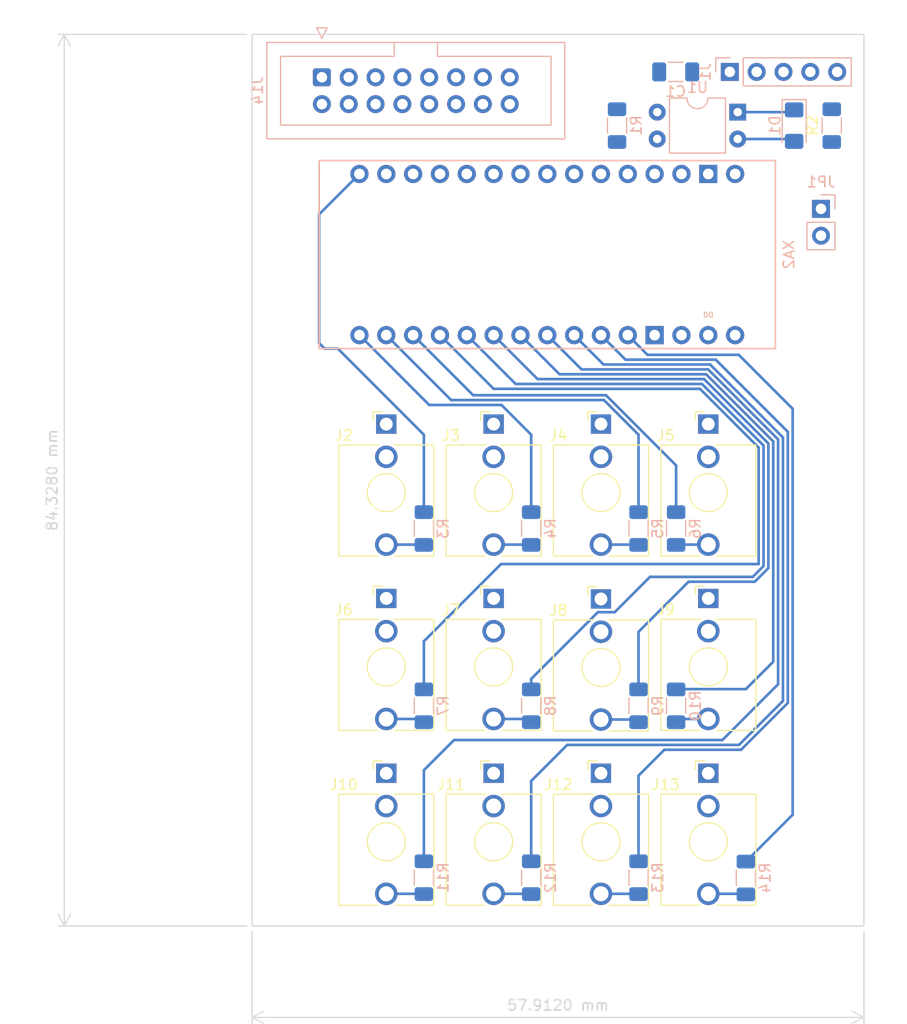
<source format=kicad_pcb>
(kicad_pcb (version 20221018) (generator pcbnew)
  (layers (0 "F.Cu" signal) (31 "B.Cu" signal) (34 "B.Paste" user) (35 "F.Paste" user) (36 "B.SilkS" user "B.Silkscreen") (37 "F.SilkS" user "F.Silkscreen") (38 "B.Mask" user) (39 "F.Mask" user) (44 "Edge.Cuts" user))
  (net 0 "")
  (net 1 "GND")
  (net 2 "Net-(C1-Pad2)")
  (net 3 "Net-(D1-K)")
  (net 4 "Net-(D1-A)")
  (net 7 "Net-(J1-Pad4)")
  (net 8 "+5V")
  (net 9 "Net-(J4-PadT)")
  (net 10 "Net-(J5-PadT)")
  (net 11 "Net-(J6-PadT)")
  (net 12 "Net-(J7-PadT)")
  (net 13 "Net-(J8-PadT)")
  (net 14 "Net-(J9-PadT)")
  (net 15 "Net-(J2-PadT)")
  (net 16 "Net-(XA2-D2_INT0)")
  (net 17 "Net-(XA2-D3_INT1)")
  (net 19 "Net-(J3-PadT)")
  (net 20 "Net-(J10-PadT)")
  (net 21 "Net-(XA2-D11_MOSI)")
  (net 22 "Net-(XA2-D12_MISO)")
  (net 23 "Net-(XA2-D13_SCK)")
  (net 24 "+12V")
  (net 25 "-12V")
  (net 26 "Net-(JP1-A)")
  (net 27 "Net-(JP1-B)")
  (net 54 "Net-(J11-PadT)")
  (net 56 "Net-(J12-PadT)")
  (net 58 "Net-(J13-PadT)")
  (net 60 "Net-(R6-Pad2)")
  (net 61 "Net-(R7-Pad2)")
  (net 62 "Net-(R8-Pad2)")
  (net 63 "Net-(R9-Pad2)")
  (net 64 "Net-(R10-Pad2)")
  (net 65 "Net-(R11-Pad2)")
  (net 66 "Net-(R12-Pad2)")
  (footprint "Connector_Audio:Jack_3.5mm_QingPu_WQP-PJ398SM_Vertical_CircularHoles" (layer "F.Cu") (at 114.3 116.845)
    (fp_text reference "J7" (at -4.03 1.08 180) (layer "F.SilkS"))
    (fp_text value "OUT6")
    (fp_line (start -4.5 1.98) (end -4.5 12.48) (stroke (width 0.12)) (layer "F.SilkS"))
    (fp_line (start -1.23 -1.17) (end -1.23 -0.37) (stroke (width 0.12)) (layer "F.SilkS"))
    (fp_line (start -1.23 -1.17) (end -0.37 -1.17) (stroke (width 0.12)) (layer "F.SilkS"))
    (fp_line (start -0.8 12.48) (end -4.5 12.48) (stroke (width 0.12)) (layer "F.SilkS"))
    (fp_line (start -0.72 1.98) (end -4.5 1.98) (stroke (width 0.12)) (layer "F.SilkS"))
    (fp_line (start 4.5 1.98) (end 0.72 1.98) (stroke (width 0.12)) (layer "F.SilkS"))
    (fp_line (start 4.5 1.98) (end 4.5 12.48) (stroke (width 0.12)) (layer "F.SilkS"))
    (fp_line (start 4.5 12.48) (end 0.8 12.48) (stroke (width 0.12)) (layer "F.SilkS"))
    (fp_circle (center 0 6.48) (end 1.8 6.48) (stroke (width 0.12)) (fill none) (layer "F.SilkS"))
    (pad "S" thru_hole rect (at 0 0 180) (size 1.93 1.83) (drill 1.22) (layers "*.Cu" "*.Mask") (net 1 "GND"))
    (pad "T" thru_hole circle (at 0 11.4 180) (size 2.13 2.13) (drill 1.43) (layers "*.Cu" "*.Mask") (net 12 "Net-(J7-PadT)"))
    (pad "TN" thru_hole circle (at 0 3.1 180) (size 2.13 2.13) (drill 1.42) (layers "*.Cu" "*.Mask"))
  )
  (footprint "Connector_Audio:Jack_3.5mm_QingPu_WQP-PJ398SM_Vertical_CircularHoles" (layer "F.Cu") (at 124.46 116.9)
    (fp_text reference "J8" (at -4.03 1.08 180) (layer "F.SilkS"))
    (fp_text value "OUT7")
    (fp_line (start -4.5 1.98) (end -4.5 12.48) (stroke (width 0.12)) (layer "F.SilkS"))
    (fp_line (start -1.23 -1.17) (end -1.23 -0.37) (stroke (width 0.12)) (layer "F.SilkS"))
    (fp_line (start -1.23 -1.17) (end -0.37 -1.17) (stroke (width 0.12)) (layer "F.SilkS"))
    (fp_line (start -0.8 12.48) (end -4.5 12.48) (stroke (width 0.12)) (layer "F.SilkS"))
    (fp_line (start -0.72 1.98) (end -4.5 1.98) (stroke (width 0.12)) (layer "F.SilkS"))
    (fp_line (start 4.5 1.98) (end 0.72 1.98) (stroke (width 0.12)) (layer "F.SilkS"))
    (fp_line (start 4.5 1.98) (end 4.5 12.48) (stroke (width 0.12)) (layer "F.SilkS"))
    (fp_line (start 4.5 12.48) (end 0.8 12.48) (stroke (width 0.12)) (layer "F.SilkS"))
    (fp_circle (center 0 6.48) (end 1.8 6.48) (stroke (width 0.12)) (fill none) (layer "F.SilkS"))
    (pad "S" thru_hole rect (at 0 0 180) (size 1.93 1.83) (drill 1.22) (layers "*.Cu" "*.Mask") (net 1 "GND"))
    (pad "T" thru_hole circle (at 0 11.4 180) (size 2.13 2.13) (drill 1.43) (layers "*.Cu" "*.Mask") (net 13 "Net-(J8-PadT)"))
    (pad "TN" thru_hole circle (at 0 3.1 180) (size 2.13 2.13) (drill 1.42) (layers "*.Cu" "*.Mask"))
  )
  (footprint "Connector_Audio:Jack_3.5mm_QingPu_WQP-PJ398SM_Vertical_CircularHoles" (layer "F.Cu") (at 104.14 116.845)
    (fp_text reference "J6" (at -4.03 1.08 180) (layer "F.SilkS"))
    (fp_text value "OUT5")
    (fp_line (start -4.5 1.98) (end -4.5 12.48) (stroke (width 0.12)) (layer "F.SilkS"))
    (fp_line (start -1.23 -1.17) (end -1.23 -0.37) (stroke (width 0.12)) (layer "F.SilkS"))
    (fp_line (start -1.23 -1.17) (end -0.37 -1.17) (stroke (width 0.12)) (layer "F.SilkS"))
    (fp_line (start -0.8 12.48) (end -4.5 12.48) (stroke (width 0.12)) (layer "F.SilkS"))
    (fp_line (start -0.72 1.98) (end -4.5 1.98) (stroke (width 0.12)) (layer "F.SilkS"))
    (fp_line (start 4.5 1.98) (end 0.72 1.98) (stroke (width 0.12)) (layer "F.SilkS"))
    (fp_line (start 4.5 1.98) (end 4.5 12.48) (stroke (width 0.12)) (layer "F.SilkS"))
    (fp_line (start 4.5 12.48) (end 0.8 12.48) (stroke (width 0.12)) (layer "F.SilkS"))
    (fp_circle (center 0 6.48) (end 1.8 6.48) (stroke (width 0.12)) (fill none) (layer "F.SilkS"))
    (pad "S" thru_hole rect (at 0 0 180) (size 1.93 1.83) (drill 1.22) (layers "*.Cu" "*.Mask") (net 1 "GND"))
    (pad "T" thru_hole circle (at 0 11.4 180) (size 2.13 2.13) (drill 1.43) (layers "*.Cu" "*.Mask") (net 11 "Net-(J6-PadT)"))
    (pad "TN" thru_hole circle (at 0 3.1 180) (size 2.13 2.13) (drill 1.42) (layers "*.Cu" "*.Mask"))
  )
  (footprint "Connector_Audio:Jack_3.5mm_QingPu_WQP-PJ398SM_Vertical_CircularHoles" (layer "F.Cu") (at 124.46 133.38)
    (fp_text reference "J12" (at -4.03 1.08 180) (layer "F.SilkS"))
    (fp_text value "OUT11")
    (fp_line (start -4.5 1.98) (end -4.5 12.48) (stroke (width 0.12)) (layer "F.SilkS"))
    (fp_line (start -1.23 -1.17) (end -1.23 -0.37) (stroke (width 0.12)) (layer "F.SilkS"))
    (fp_line (start -1.23 -1.17) (end -0.37 -1.17) (stroke (width 0.12)) (layer "F.SilkS"))
    (fp_line (start -0.8 12.48) (end -4.5 12.48) (stroke (width 0.12)) (layer "F.SilkS"))
    (fp_line (start -0.72 1.98) (end -4.5 1.98) (stroke (width 0.12)) (layer "F.SilkS"))
    (fp_line (start 4.5 1.98) (end 0.72 1.98) (stroke (width 0.12)) (layer "F.SilkS"))
    (fp_line (start 4.5 1.98) (end 4.5 12.48) (stroke (width 0.12)) (layer "F.SilkS"))
    (fp_line (start 4.5 12.48) (end 0.8 12.48) (stroke (width 0.12)) (layer "F.SilkS"))
    (fp_circle (center 0 6.48) (end 1.8 6.48) (stroke (width 0.12)) (fill none) (layer "F.SilkS"))
    (pad "S" thru_hole rect (at 0 0 180) (size 1.93 1.83) (drill 1.22) (layers "*.Cu" "*.Mask") (net 1 "GND"))
    (pad "T" thru_hole circle (at 0 11.4 180) (size 2.13 2.13) (drill 1.43) (layers "*.Cu" "*.Mask") (net 56 "Net-(J12-PadT)"))
    (pad "TN" thru_hole circle (at 0 3.1 180) (size 2.13 2.13) (drill 1.42) (layers "*.Cu" "*.Mask"))
  )
  (footprint "Connector_Audio:Jack_3.5mm_QingPu_WQP-PJ398SM_Vertical_CircularHoles" (layer "F.Cu") (at 104.14 100.36)
    (fp_text reference "J2" (at -4.03 1.08) (layer "F.SilkS"))
    (fp_text value "OUT1")
    (fp_line (start -4.5 1.98) (end -4.5 12.48) (stroke (width 0.12)) (layer "F.SilkS"))
    (fp_line (start -1.23 -1.17) (end -1.23 -0.37) (stroke (width 0.12)) (layer "F.SilkS"))
    (fp_line (start -1.23 -1.17) (end -0.37 -1.17) (stroke (width 0.12)) (layer "F.SilkS"))
    (fp_line (start -0.8 12.48) (end -4.5 12.48) (stroke (width 0.12)) (layer "F.SilkS"))
    (fp_line (start -0.72 1.98) (end -4.5 1.98) (stroke (width 0.12)) (layer "F.SilkS"))
    (fp_line (start 4.5 1.98) (end 0.72 1.98) (stroke (width 0.12)) (layer "F.SilkS"))
    (fp_line (start 4.5 1.98) (end 4.5 12.48) (stroke (width 0.12)) (layer "F.SilkS"))
    (fp_line (start 4.5 12.48) (end 0.8 12.48) (stroke (width 0.12)) (layer "F.SilkS"))
    (fp_circle (center 0 6.48) (end 1.8 6.48) (stroke (width 0.12)) (fill none) (layer "F.SilkS"))
    (pad "S" thru_hole rect (at 0 0 180) (size 1.93 1.83) (drill 1.22) (layers "*.Cu" "*.Mask") (net 1 "GND"))
    (pad "T" thru_hole circle (at 0 11.4 180) (size 2.13 2.13) (drill 1.43) (layers "*.Cu" "*.Mask") (net 15 "Net-(J2-PadT)"))
    (pad "TN" thru_hole circle (at 0 3.1 180) (size 2.13 2.13) (drill 1.42) (layers "*.Cu" "*.Mask"))
  )
  (footprint "Connector_Audio:Jack_3.5mm_QingPu_WQP-PJ398SM_Vertical_CircularHoles" (layer "F.Cu") (at 134.62 133.38)
    (fp_text reference "J13" (at -4.03 1.08 180) (layer "F.SilkS"))
    (fp_text value "OUT12")
    (fp_line (start -4.5 1.98) (end -4.5 12.48) (stroke (width 0.12)) (layer "F.SilkS"))
    (fp_line (start -1.23 -1.17) (end -1.23 -0.37) (stroke (width 0.12)) (layer "F.SilkS"))
    (fp_line (start -1.23 -1.17) (end -0.37 -1.17) (stroke (width 0.12)) (layer "F.SilkS"))
    (fp_line (start -0.8 12.48) (end -4.5 12.48) (stroke (width 0.12)) (layer "F.SilkS"))
    (fp_line (start -0.72 1.98) (end -4.5 1.98) (stroke (width 0.12)) (layer "F.SilkS"))
    (fp_line (start 4.5 1.98) (end 0.72 1.98) (stroke (width 0.12)) (layer "F.SilkS"))
    (fp_line (start 4.5 1.98) (end 4.5 12.48) (stroke (width 0.12)) (layer "F.SilkS"))
    (fp_line (start 4.5 12.48) (end 0.8 12.48) (stroke (width 0.12)) (layer "F.SilkS"))
    (fp_circle (center 0 6.48) (end 1.8 6.48) (stroke (width 0.12)) (fill none) (layer "F.SilkS"))
    (pad "S" thru_hole rect (at 0 0 180) (size 1.93 1.83) (drill 1.22) (layers "*.Cu" "*.Mask") (net 1 "GND"))
    (pad "T" thru_hole circle (at 0 11.4 180) (size 2.13 2.13) (drill 1.43) (layers "*.Cu" "*.Mask") (net 58 "Net-(J13-PadT)"))
    (pad "TN" thru_hole circle (at 0 3.1 180) (size 2.13 2.13) (drill 1.42) (layers "*.Cu" "*.Mask"))
  )
  (footprint "Connector_Audio:Jack_3.5mm_QingPu_WQP-PJ398SM_Vertical_CircularHoles" (layer "F.Cu") (at 124.46 100.36)
    (fp_text reference "J4" (at -4.03 1.08) (layer "F.SilkS"))
    (fp_text value "OUT3")
    (fp_line (start -4.5 1.98) (end -4.5 12.48) (stroke (width 0.12)) (layer "F.SilkS"))
    (fp_line (start -1.23 -1.17) (end -1.23 -0.37) (stroke (width 0.12)) (layer "F.SilkS"))
    (fp_line (start -1.23 -1.17) (end -0.37 -1.17) (stroke (width 0.12)) (layer "F.SilkS"))
    (fp_line (start -0.8 12.48) (end -4.5 12.48) (stroke (width 0.12)) (layer "F.SilkS"))
    (fp_line (start -0.72 1.98) (end -4.5 1.98) (stroke (width 0.12)) (layer "F.SilkS"))
    (fp_line (start 4.5 1.98) (end 0.72 1.98) (stroke (width 0.12)) (layer "F.SilkS"))
    (fp_line (start 4.5 1.98) (end 4.5 12.48) (stroke (width 0.12)) (layer "F.SilkS"))
    (fp_line (start 4.5 12.48) (end 0.8 12.48) (stroke (width 0.12)) (layer "F.SilkS"))
    (fp_circle (center 0 6.48) (end 1.8 6.48) (stroke (width 0.12)) (fill none) (layer "F.SilkS"))
    (pad "S" thru_hole rect (at 0 0 180) (size 1.93 1.83) (drill 1.22) (layers "*.Cu" "*.Mask") (net 1 "GND"))
    (pad "T" thru_hole circle (at 0 11.4 180) (size 2.13 2.13) (drill 1.43) (layers "*.Cu" "*.Mask") (net 9 "Net-(J4-PadT)"))
    (pad "TN" thru_hole circle (at 0 3.1 180) (size 2.13 2.13) (drill 1.42) (layers "*.Cu" "*.Mask"))
  )
  (footprint "Connector_Audio:Jack_3.5mm_QingPu_WQP-PJ398SM_Vertical_CircularHoles" (layer "F.Cu") (at 134.62 100.36)
    (fp_text reference "J5" (at -4.03 1.08) (layer "F.SilkS"))
    (fp_text value "OUT4")
    (fp_line (start -4.5 1.98) (end -4.5 12.48) (stroke (width 0.12)) (layer "F.SilkS"))
    (fp_line (start -1.23 -1.17) (end -1.23 -0.37) (stroke (width 0.12)) (layer "F.SilkS"))
    (fp_line (start -1.23 -1.17) (end -0.37 -1.17) (stroke (width 0.12)) (layer "F.SilkS"))
    (fp_line (start -0.8 12.48) (end -4.5 12.48) (stroke (width 0.12)) (layer "F.SilkS"))
    (fp_line (start -0.72 1.98) (end -4.5 1.98) (stroke (width 0.12)) (layer "F.SilkS"))
    (fp_line (start 4.5 1.98) (end 0.72 1.98) (stroke (width 0.12)) (layer "F.SilkS"))
    (fp_line (start 4.5 1.98) (end 4.5 12.48) (stroke (width 0.12)) (layer "F.SilkS"))
    (fp_line (start 4.5 12.48) (end 0.8 12.48) (stroke (width 0.12)) (layer "F.SilkS"))
    (fp_circle (center 0 6.48) (end 1.8 6.48) (stroke (width 0.12)) (fill none) (layer "F.SilkS"))
    (pad "S" thru_hole rect (at 0 0 180) (size 1.93 1.83) (drill 1.22) (layers "*.Cu" "*.Mask") (net 1 "GND"))
    (pad "T" thru_hole circle (at 0 11.4 180) (size 2.13 2.13) (drill 1.43) (layers "*.Cu" "*.Mask") (net 10 "Net-(J5-PadT)"))
    (pad "TN" thru_hole circle (at 0 3.1 180) (size 2.13 2.13) (drill 1.42) (layers "*.Cu" "*.Mask"))
  )
  (footprint "Connector_Audio:Jack_3.5mm_QingPu_WQP-PJ398SM_Vertical_CircularHoles" (layer "F.Cu") (at 114.3 100.36)
    (fp_text reference "J3" (at -4.03 1.08) (layer "F.SilkS"))
    (fp_text value "OUT2")
    (fp_line (start -4.5 1.98) (end -4.5 12.48) (stroke (width 0.12)) (layer "F.SilkS"))
    (fp_line (start -1.23 -1.17) (end -1.23 -0.37) (stroke (width 0.12)) (layer "F.SilkS"))
    (fp_line (start -1.23 -1.17) (end -0.37 -1.17) (stroke (width 0.12)) (layer "F.SilkS"))
    (fp_line (start -0.8 12.48) (end -4.5 12.48) (stroke (width 0.12)) (layer "F.SilkS"))
    (fp_line (start -0.72 1.98) (end -4.5 1.98) (stroke (width 0.12)) (layer "F.SilkS"))
    (fp_line (start 4.5 1.98) (end 0.72 1.98) (stroke (width 0.12)) (layer "F.SilkS"))
    (fp_line (start 4.5 1.98) (end 4.5 12.48) (stroke (width 0.12)) (layer "F.SilkS"))
    (fp_line (start 4.5 12.48) (end 0.8 12.48) (stroke (width 0.12)) (layer "F.SilkS"))
    (fp_circle (center 0 6.48) (end 1.8 6.48) (stroke (width 0.12)) (fill none) (layer "F.SilkS"))
    (pad "S" thru_hole rect (at 0 0 180) (size 1.93 1.83) (drill 1.22) (layers "*.Cu" "*.Mask") (net 1 "GND"))
    (pad "T" thru_hole circle (at 0 11.4 180) (size 2.13 2.13) (drill 1.43) (layers "*.Cu" "*.Mask") (net 19 "Net-(J3-PadT)"))
    (pad "TN" thru_hole circle (at 0 3.1 180) (size 2.13 2.13) (drill 1.42) (layers "*.Cu" "*.Mask"))
  )
  (footprint "Connector_Audio:Jack_3.5mm_QingPu_WQP-PJ398SM_Vertical_CircularHoles" (layer "F.Cu") (at 104.14 133.38)
    (fp_text reference "J10" (at -4.03 1.08 180) (layer "F.SilkS"))
    (fp_text value "OUT9")
    (fp_line (start -4.5 1.98) (end -4.5 12.48) (stroke (width 0.12)) (layer "F.SilkS"))
    (fp_line (start -1.23 -1.17) (end -1.23 -0.37) (stroke (width 0.12)) (layer "F.SilkS"))
    (fp_line (start -1.23 -1.17) (end -0.37 -1.17) (stroke (width 0.12)) (layer "F.SilkS"))
    (fp_line (start -0.8 12.48) (end -4.5 12.48) (stroke (width 0.12)) (layer "F.SilkS"))
    (fp_line (start -0.72 1.98) (end -4.5 1.98) (stroke (width 0.12)) (layer "F.SilkS"))
    (fp_line (start 4.5 1.98) (end 0.72 1.98) (stroke (width 0.12)) (layer "F.SilkS"))
    (fp_line (start 4.5 1.98) (end 4.5 12.48) (stroke (width 0.12)) (layer "F.SilkS"))
    (fp_line (start 4.5 12.48) (end 0.8 12.48) (stroke (width 0.12)) (layer "F.SilkS"))
    (fp_circle (center 0 6.48) (end 1.8 6.48) (stroke (width 0.12)) (fill none) (layer "F.SilkS"))
    (pad "S" thru_hole rect (at 0 0 180) (size 1.93 1.83) (drill 1.22) (layers "*.Cu" "*.Mask") (net 1 "GND"))
    (pad "T" thru_hole circle (at 0 11.4 180) (size 2.13 2.13) (drill 1.43) (layers "*.Cu" "*.Mask") (net 20 "Net-(J10-PadT)"))
    (pad "TN" thru_hole circle (at 0 3.1 180) (size 2.13 2.13) (drill 1.42) (layers "*.Cu" "*.Mask"))
  )
  (footprint "Connector_Audio:Jack_3.5mm_QingPu_WQP-PJ398SM_Vertical_CircularHoles" (layer "F.Cu") (at 134.62 116.845)
    (fp_text reference "J9" (at -4.03 1.08 180) (layer "F.SilkS"))
    (fp_text value "OUT8")
    (fp_line (start -4.5 1.98) (end -4.5 12.48) (stroke (width 0.12)) (layer "F.SilkS"))
    (fp_line (start -1.23 -1.17) (end -1.23 -0.37) (stroke (width 0.12)) (layer "F.SilkS"))
    (fp_line (start -1.23 -1.17) (end -0.37 -1.17) (stroke (width 0.12)) (layer "F.SilkS"))
    (fp_line (start -0.8 12.48) (end -4.5 12.48) (stroke (width 0.12)) (layer "F.SilkS"))
    (fp_line (start -0.72 1.98) (end -4.5 1.98) (stroke (width 0.12)) (layer "F.SilkS"))
    (fp_line (start 4.5 1.98) (end 0.72 1.98) (stroke (width 0.12)) (layer "F.SilkS"))
    (fp_line (start 4.5 1.98) (end 4.5 12.48) (stroke (width 0.12)) (layer "F.SilkS"))
    (fp_line (start 4.5 12.48) (end 0.8 12.48) (stroke (width 0.12)) (layer "F.SilkS"))
    (fp_circle (center 0 6.48) (end 1.8 6.48) (stroke (width 0.12)) (fill none) (layer "F.SilkS"))
    (pad "S" thru_hole rect (at 0 0 180) (size 1.93 1.83) (drill 1.22) (layers "*.Cu" "*.Mask") (net 1 "GND"))
    (pad "T" thru_hole circle (at 0 11.4 180) (size 2.13 2.13) (drill 1.43) (layers "*.Cu" "*.Mask") (net 14 "Net-(J9-PadT)"))
    (pad "TN" thru_hole circle (at 0 3.1 180) (size 2.13 2.13) (drill 1.42) (layers "*.Cu" "*.Mask"))
  )
  (footprint "Connector_Audio:Jack_3.5mm_QingPu_WQP-PJ398SM_Vertical_CircularHoles" (layer "F.Cu") (at 114.3 133.38)
    (fp_text reference "J11" (at -4.03 1.08 180) (layer "F.SilkS"))
    (fp_text value "OUT10")
    (fp_line (start -4.5 1.98) (end -4.5 12.48) (stroke (width 0.12)) (layer "F.SilkS"))
    (fp_line (start -1.23 -1.17) (end -1.23 -0.37) (stroke (width 0.12)) (layer "F.SilkS"))
    (fp_line (start -1.23 -1.17) (end -0.37 -1.17) (stroke (width 0.12)) (layer "F.SilkS"))
    (fp_line (start -0.8 12.48) (end -4.5 12.48) (stroke (width 0.12)) (layer "F.SilkS"))
    (fp_line (start -0.72 1.98) (end -4.5 1.98) (stroke (width 0.12)) (layer "F.SilkS"))
    (fp_line (start 4.5 1.98) (end 0.72 1.98) (stroke (width 0.12)) (layer "F.SilkS"))
    (fp_line (start 4.5 1.98) (end 4.5 12.48) (stroke (width 0.12)) (layer "F.SilkS"))
    (fp_line (start 4.5 12.48) (end 0.8 12.48) (stroke (width 0.12)) (layer "F.SilkS"))
    (fp_circle (center 0 6.48) (end 1.8 6.48) (stroke (width 0.12)) (fill none) (layer "F.SilkS"))
    (pad "S" thru_hole rect (at 0 0 180) (size 1.93 1.83) (drill 1.22) (layers "*.Cu" "*.Mask") (net 1 "GND"))
    (pad "T" thru_hole circle (at 0 11.4 180) (size 2.13 2.13) (drill 1.43) (layers "*.Cu" "*.Mask") (net 54 "Net-(J11-PadT)"))
    (pad "TN" thru_hole circle (at 0 3.1 180) (size 2.13 2.13) (drill 1.42) (layers "*.Cu" "*.Mask"))
  )
  (footprint "Resistor_SMD:R_1206_3216Metric_Pad1.30x1.75mm_HandSolder" (layer "B.Cu") (at 117.856 127 90)
    (fp_text reference "R8" (at 0 1.82 90) (layer "B.SilkS") (effects (justify mirror)))
    (fp_text value "270R")
    (fp_line (start -0.727064 -0.91) (end 0.727064 -0.91) (stroke (width 0.12)) (layer "B.SilkS"))
    (fp_line (start -0.727064 0.91) (end 0.727064 0.91) (stroke (width 0.12)) (layer "B.SilkS"))
    (pad "1" smd roundrect (at -1.55 0 90) (size 1.3 1.75) (layers "B.Cu" "B.Paste" "B.Mask") (roundrect_rratio 0.192308) (net 12 "Net-(J7-PadT)"))
    (pad "2" smd roundrect (at 1.55 0 90) (size 1.3 1.75) (layers "B.Cu" "B.Paste" "B.Mask") (roundrect_rratio 0.192308) (net 62 "Net-(R8-Pad2)"))
  )
  (footprint "Resistor_SMD:R_1206_3216Metric_Pad1.30x1.75mm_HandSolder" (layer "B.Cu") (at 125.984 72.136 90)
    (fp_text reference "R1" (at 0 1.82 90) (layer "B.SilkS") (effects (justify mirror)))
    (fp_text value "270R")
    (fp_line (start -0.727064 -0.91) (end 0.727064 -0.91) (stroke (width 0.12)) (layer "B.SilkS"))
    (fp_line (start -0.727064 0.91) (end 0.727064 0.91) (stroke (width 0.12)) (layer "B.SilkS"))
    (pad "1" smd roundrect (at -1.55 0 90) (size 1.3 1.75) (layers "B.Cu" "B.Paste" "B.Mask") (roundrect_rratio 0.192308) (net 8 "+5V"))
    (pad "2" smd roundrect (at 1.55 0 90) (size 1.3 1.75) (layers "B.Cu" "B.Paste" "B.Mask") (roundrect_rratio 0.192308) (net 26 "Net-(JP1-A)"))
  )
  (footprint "Connector_PinHeader_2.54mm:PinHeader_1x02_P2.54mm_Vertical" (layer "B.Cu") (at 145.288 80.005 180)
    (fp_text reference "JP1" (at 0 2.54) (layer "B.SilkS") (effects (justify mirror)))
    (fp_text value "Jumper_Programming")
    (fp_line (start -1.33 -3.87) (end 1.33 -3.87) (stroke (width 0.12)) (layer "B.SilkS"))
    (fp_line (start -1.33 -1.27) (end -1.33 -3.87) (stroke (width 0.12)) (layer "B.SilkS"))
    (fp_line (start -1.33 -1.27) (end 1.33 -1.27) (stroke (width 0.12)) (layer "B.SilkS"))
    (fp_line (start -1.33 0) (end -1.33 1.33) (stroke (width 0.12)) (layer "B.SilkS"))
    (fp_line (start -1.33 1.33) (end 0 1.33) (stroke (width 0.12)) (layer "B.SilkS"))
    (fp_line (start 1.33 -1.27) (end 1.33 -3.87) (stroke (width 0.12)) (layer "B.SilkS"))
    (pad "1" thru_hole rect (at 0 0 180) (size 1.7 1.7) (drill 1) (layers "*.Cu" "*.Mask") (net 26 "Net-(JP1-A)"))
    (pad "2" thru_hole oval (at 0 -2.54 180) (size 1.7 1.7) (drill 1) (layers "*.Cu" "*.Mask") (net 27 "Net-(JP1-B)"))
  )
  (footprint "Package_DIP:DIP-4_W7.62mm" (layer "B.Cu") (at 137.404 70.861 180)
    (fp_text reference "U1" (at 3.81 2.33) (layer "B.SilkS") (effects (justify mirror)))
    (fp_text value "EL817")
    (fp_line (start 1.16 -3.87) (end 6.46 -3.87) (stroke (width 0.12)) (layer "B.SilkS"))
    (fp_line (start 1.16 1.33) (end 1.16 -3.87) (stroke (width 0.12)) (layer "B.SilkS"))
    (fp_line (start 2.81 1.33) (end 1.16 1.33) (stroke (width 0.12)) (layer "B.SilkS"))
    (fp_line (start 6.46 -3.87) (end 6.46 1.33) (stroke (width 0.12)) (layer "B.SilkS"))
    (fp_line (start 6.46 1.33) (end 4.81 1.33) (stroke (width 0.12)) (layer "B.SilkS"))
    (fp_arc (start 2.81 1.33) (mid 3.81 0.33) (end 4.81 1.33) (stroke (width 0.12)) (layer "B.SilkS"))
    (pad "1" thru_hole rect (at 0 0 180) (size 1.6 1.6) (drill 0.8) (layers "*.Cu" "*.Mask") (net 3 "Net-(D1-K)"))
    (pad "2" thru_hole oval (at 0 -2.54 180) (size 1.6 1.6) (drill 0.8) (layers "*.Cu" "*.Mask") (net 4 "Net-(D1-A)"))
    (pad "3" thru_hole oval (at 7.62 -2.54 180) (size 1.6 1.6) (drill 0.8) (layers "*.Cu" "*.Mask") (net 1 "GND"))
    (pad "4" thru_hole oval (at 7.62 0 180) (size 1.6 1.6) (drill 0.8) (layers "*.Cu" "*.Mask") (net 26 "Net-(JP1-A)"))
  )
  (footprint "Resistor_SMD:R_1206_3216Metric_Pad1.30x1.75mm_HandSolder" (layer "B.Cu") (at 131.572 127 90)
    (fp_text reference "R10" (at 0 1.82 90) (layer "B.SilkS") (effects (justify mirror)))
    (fp_text value "270R")
    (fp_line (start -0.727064 -0.91) (end 0.727064 -0.91) (stroke (width 0.12)) (layer "B.SilkS"))
    (fp_line (start -0.727064 0.91) (end 0.727064 0.91) (stroke (width 0.12)) (layer "B.SilkS"))
    (pad "1" smd roundrect (at -1.55 0 90) (size 1.3 1.75) (layers "B.Cu" "B.Paste" "B.Mask") (roundrect_rratio 0.192308) (net 14 "Net-(J9-PadT)"))
    (pad "2" smd roundrect (at 1.55 0 90) (size 1.3 1.75) (layers "B.Cu" "B.Paste" "B.Mask") (roundrect_rratio 0.192308) (net 64 "Net-(R10-Pad2)"))
  )
  (footprint "Diode_SMD:D_1206_3216Metric_Pad1.42x1.75mm_HandSolder" (layer "B.Cu") (at 142.748 72.136 -90)
    (fp_text reference "D1" (at 0 1.82 90) (layer "B.SilkS") (effects (justify mirror)))
    (fp_text value "1N914")
    (fp_line (start -2.46 -1.135) (end 1.6 -1.135) (stroke (width 0.12)) (layer "B.SilkS"))
    (fp_line (start -2.46 1.135) (end -2.46 -1.135) (stroke (width 0.12)) (layer "B.SilkS"))
    (fp_line (start 1.6 1.135) (end -2.46 1.135) (stroke (width 0.12)) (layer "B.SilkS"))
    (pad "1" smd roundrect (at -1.4875 0 270) (size 1.425 1.75) (layers "B.Cu" "B.Paste" "B.Mask") (roundrect_rratio 0.175439) (net 3 "Net-(D1-K)"))
    (pad "2" smd roundrect (at 1.4875 0 270) (size 1.425 1.75) (layers "B.Cu" "B.Paste" "B.Mask") (roundrect_rratio 0.175439) (net 4 "Net-(D1-A)"))
  )
  (footprint "Capacitor_SMD:C_1206_3216Metric_Pad1.33x1.80mm_HandSolder" (layer "B.Cu") (at 131.5335 67.056)
    (fp_text reference "C1" (at 0 1.85) (layer "B.SilkS") (effects (justify mirror)))
    (fp_text value "0.1u")
    (fp_line (start -0.711252 -0.91) (end 0.711252 -0.91) (stroke (width 0.12)) (layer "B.SilkS"))
    (fp_line (start -0.711252 0.91) (end 0.711252 0.91) (stroke (width 0.12)) (layer "B.SilkS"))
    (pad "1" smd roundrect (at -1.5625 0) (size 1.325 1.8) (layers "B.Cu" "B.Paste" "B.Mask") (roundrect_rratio 0.188679) (net 1 "GND"))
    (pad "2" smd roundrect (at 1.5625 0) (size 1.325 1.8) (layers "B.Cu" "B.Paste" "B.Mask") (roundrect_rratio 0.188679) (net 2 "Net-(C1-Pad2)"))
  )
  (footprint "Resistor_SMD:R_1206_3216Metric_Pad1.30x1.75mm_HandSolder" (layer "B.Cu") (at 128.016 110.236 90)
    (fp_text reference "R5" (at 0 1.82 90) (layer "B.SilkS") (effects (justify mirror)))
    (fp_text value "270R")
    (fp_line (start -0.727064 -0.91) (end 0.727064 -0.91) (stroke (width 0.12)) (layer "B.SilkS"))
    (fp_line (start -0.727064 0.91) (end 0.727064 0.91) (stroke (width 0.12)) (layer "B.SilkS"))
    (pad "1" smd roundrect (at -1.55 0 90) (size 1.3 1.75) (layers "B.Cu" "B.Paste" "B.Mask") (roundrect_rratio 0.192308) (net 9 "Net-(J4-PadT)"))
    (pad "2" smd roundrect (at 1.55 0 90) (size 1.3 1.75) (layers "B.Cu" "B.Paste" "B.Mask") (roundrect_rratio 0.192308) (net 21 "Net-(XA2-D11_MOSI)"))
  )
  (footprint "Resistor_SMD:R_1206_3216Metric_Pad1.30x1.75mm_HandSolder" (layer "B.Cu") (at 146.304 72.136 -90)
    (fp_text reference "R2" (at 0 1.82 90) (layer "F.SilkS"))
    (fp_text value "220R")
    (fp_line (start -0.727064 -0.91) (end 0.727064 -0.91) (stroke (width 0.12)) (layer "B.SilkS"))
    (fp_line (start -0.727064 0.91) (end 0.727064 0.91) (stroke (width 0.12)) (layer "B.SilkS"))
    (pad "1" smd roundrect (at -1.55 0 270) (size 1.3 1.75) (layers "B.Cu" "B.Paste" "B.Mask") (roundrect_rratio 0.192308) (net 7 "Net-(J1-Pad4)"))
    (pad "2" smd roundrect (at 1.55 0 270) (size 1.3 1.75) (layers "B.Cu" "B.Paste" "B.Mask") (roundrect_rratio 0.192308) (net 3 "Net-(D1-K)"))
  )
  (footprint "Connector_IDC:IDC-Header_2x08_P2.54mm_Vertical" (layer "B.Cu") (at 98.044 67.564 -90)
    (fp_text reference "J14" (at 1.27 6.1 90) (layer "B.SilkS") (effects (justify mirror)))
    (fp_text value "Conn_02x08_Odd_Even")
    (fp_line (start -4.68 -0.5) (end -3.68 0) (stroke (width 0.12)) (layer "B.SilkS"))
    (fp_line (start -4.68 0.5) (end -4.68 -0.5) (stroke (width 0.12)) (layer "B.SilkS"))
    (fp_line (start -3.68 0) (end -4.68 0.5) (stroke (width 0.12)) (layer "B.SilkS"))
    (fp_line (start -3.29 -22.99) (end -3.29 5.21) (stroke (width 0.12)) (layer "B.SilkS"))
    (fp_line (start -3.29 -6.84) (end -1.98 -6.84) (stroke (width 0.12)) (layer "B.SilkS"))
    (fp_line (start -3.29 5.21) (end 5.83 5.21) (stroke (width 0.12)) (layer "B.SilkS"))
    (fp_line (start -1.98 -21.69) (end -1.98 -10.94) (stroke (width 0.12)) (layer "B.SilkS"))
    (fp_line (start -1.98 -10.94) (end -3.29 -10.94) (stroke (width 0.12)) (layer "B.SilkS"))
    (fp_line (start -1.98 -10.94) (end -1.98 -10.94) (stroke (width 0.12)) (layer "B.SilkS"))
    (fp_line (start -1.98 -6.84) (end -1.98 3.91) (stroke (width 0.12)) (layer "B.SilkS"))
    (fp_line (start -1.98 3.91) (end 4.52 3.91) (stroke (width 0.12)) (layer "B.SilkS"))
    (fp_line (start 4.52 -21.69) (end -1.98 -21.69) (stroke (width 0.12)) (layer "B.SilkS"))
    (fp_line (start 4.52 3.91) (end 4.52 -21.69) (stroke (width 0.12)) (layer "B.SilkS"))
    (fp_line (start 5.83 -22.99) (end -3.29 -22.99) (stroke (width 0.12)) (layer "B.SilkS"))
    (fp_line (start 5.83 5.21) (end 5.83 -22.99) (stroke (width 0.12)) (layer "B.SilkS"))
    (pad "1" thru_hole roundrect (at 0 0 270) (size 1.7 1.7) (drill 1) (layers "*.Cu" "*.Mask") (roundrect_rratio 0.147059) (net 25 "-12V"))
    (pad "2" thru_hole circle (at 2.54 0 270) (size 1.7 1.7) (drill 1) (layers "*.Cu" "*.Mask") (net 25 "-12V"))
    (pad "3" thru_hole circle (at 0 -2.54 270) (size 1.7 1.7) (drill 1) (layers "*.Cu" "*.Mask") (net 1 "GND"))
    (pad "4" thru_hole circle (at 2.54 -2.54 270) (size 1.7 1.7) (drill 1) (layers "*.Cu" "*.Mask") (net 1 "GND"))
    (pad "5" thru_hole circle (at 0 -5.08 270) (size 1.7 1.7) (drill 1) (layers "*.Cu" "*.Mask") (net 1 "GND"))
    (pad "6" thru_hole circle (at 2.54 -5.08 270) (size 1.7 1.7) (drill 1) (layers "*.Cu" "*.Mask") (net 1 "GND"))
    (pad "7" thru_hole circle (at 0 -7.62 270) (size 1.7 1.7) (drill 1) (layers "*.Cu" "*.Mask") (net 1 "GND"))
    (pad "8" thru_hole circle (at 2.54 -7.62 270) (size 1.7 1.7) (drill 1) (layers "*.Cu" "*.Mask") (net 1 "GND"))
    (pad "9" thru_hole circle (at 0 -10.16 270) (size 1.7 1.7) (drill 1) (layers "*.Cu" "*.Mask") (net 24 "+12V"))
    (pad "10" thru_hole circle (at 2.54 -10.16 270) (size 1.7 1.7) (drill 1) (layers "*.Cu" "*.Mask") (net 24 "+12V"))
    (pad "11" thru_hole circle (at 0 -12.7 270) (size 1.7 1.7) (drill 1) (layers "*.Cu" "*.Mask") (net 8 "+5V"))
    (pad "12" thru_hole circle (at 2.54 -12.7 270) (size 1.7 1.7) (drill 1) (layers "*.Cu" "*.Mask") (net 8 "+5V"))
    (pad "13" thru_hole circle (at 0 -15.24 270) (size 1.7 1.7) (drill 1) (layers "*.Cu" "*.Mask"))
    (pad "14" thru_hole circle (at 2.54 -15.24 270) (size 1.7 1.7) (drill 1) (layers "*.Cu" "*.Mask"))
    (pad "15" thru_hole circle (at 0 -17.78 270) (size 1.7 1.7) (drill 1) (layers "*.Cu" "*.Mask"))
    (pad "16" thru_hole circle (at 2.54 -17.78 270) (size 1.7 1.7) (drill 1) (layers "*.Cu" "*.Mask"))
  )
  (footprint "Connector_PinHeader_2.54mm:PinHeader_1x05_P2.54mm_Vertical" (layer "B.Cu") (at 136.657 67.056 -90)
    (fp_text reference "J1" (at 0 2.33 90) (layer "B.SilkS") (effects (justify mirror)))
    (fp_text value "DIN-5")
    (fp_line (start -1.33 -11.49) (end 1.33 -11.49) (stroke (width 0.12)) (layer "B.SilkS"))
    (fp_line (start -1.33 -1.27) (end -1.33 -11.49) (stroke (width 0.12)) (layer "B.SilkS"))
    (fp_line (start -1.33 -1.27) (end 1.33 -1.27) (stroke (width 0.12)) (layer "B.SilkS"))
    (fp_line (start -1.33 0) (end -1.33 1.33) (stroke (width 0.12)) (layer "B.SilkS"))
    (fp_line (start -1.33 1.33) (end 0 1.33) (stroke (width 0.12)) (layer "B.SilkS"))
    (fp_line (start 1.33 -1.27) (end 1.33 -11.49) (stroke (width 0.12)) (layer "B.SilkS"))
    (pad "1" thru_hole rect (at 0 0 270) (size 1.7 1.7) (drill 1) (layers "*.Cu" "*.Mask"))
    (pad "2" thru_hole oval (at 0 -2.54 270) (size 1.7 1.7) (drill 1) (layers "*.Cu" "*.Mask") (net 2 "Net-(C1-Pad2)"))
    (pad "3" thru_hole oval (at 0 -5.08 270) (size 1.7 1.7) (drill 1) (layers "*.Cu" "*.Mask"))
    (pad "4" thru_hole oval (at 0 -7.62 270) (size 1.7 1.7) (drill 1) (layers "*.Cu" "*.Mask") (net 7 "Net-(J1-Pad4)"))
    (pad "5" thru_hole oval (at 0 -10.16 270) (size 1.7 1.7) (drill 1) (layers "*.Cu" "*.Mask") (net 4 "Net-(D1-A)"))
  )
  (footprint "Resistor_SMD:R_1206_3216Metric_Pad1.30x1.75mm_HandSolder" (layer "B.Cu") (at 107.696 110.236 90)
    (fp_text reference "R3" (at 0 1.82 90) (layer "B.SilkS") (effects (justify mirror)))
    (fp_text value "270R")
    (fp_line (start -0.727064 -0.91) (end 0.727064 -0.91) (stroke (width 0.12)) (layer "B.SilkS"))
    (fp_line (start -0.727064 0.91) (end 0.727064 0.91) (stroke (width 0.12)) (layer "B.SilkS"))
    (pad "1" smd roundrect (at -1.55 0 90) (size 1.3 1.75) (layers "B.Cu" "B.Paste" "B.Mask") (roundrect_rratio 0.192308) (net 15 "Net-(J2-PadT)"))
    (pad "2" smd roundrect (at 1.55 0 90) (size 1.3 1.75) (layers "B.Cu" "B.Paste" "B.Mask") (roundrect_rratio 0.192308) (net 23 "Net-(XA2-D13_SCK)"))
  )
  (footprint "Resistor_SMD:R_1206_3216Metric_Pad1.30x1.75mm_HandSolder" (layer "B.Cu") (at 117.856 110.236 90)
    (fp_text reference "R4" (at 0 1.82 90) (layer "B.SilkS") (effects (justify mirror)))
    (fp_text value "270R")
    (fp_line (start -0.727064 -0.91) (end 0.727064 -0.91) (stroke (width 0.12)) (layer "B.SilkS"))
    (fp_line (start -0.727064 0.91) (end 0.727064 0.91) (stroke (width 0.12)) (layer "B.SilkS"))
    (pad "1" smd roundrect (at -1.55 0 90) (size 1.3 1.75) (layers "B.Cu" "B.Paste" "B.Mask") (roundrect_rratio 0.192308) (net 19 "Net-(J3-PadT)"))
    (pad "2" smd roundrect (at 1.55 0 90) (size 1.3 1.75) (layers "B.Cu" "B.Paste" "B.Mask") (roundrect_rratio 0.192308) (net 22 "Net-(XA2-D12_MISO)"))
  )
  (footprint "Resistor_SMD:R_1206_3216Metric_Pad1.30x1.75mm_HandSolder" (layer "B.Cu") (at 107.696 127 90)
    (fp_text reference "R7" (at 0 1.82 90) (layer "B.SilkS") (effects (justify mirror)))
    (fp_text value "270R")
    (fp_line (start -0.727064 -0.91) (end 0.727064 -0.91) (stroke (width 0.12)) (layer "B.SilkS"))
    (fp_line (start -0.727064 0.91) (end 0.727064 0.91) (stroke (width 0.12)) (layer "B.SilkS"))
    (pad "1" smd roundrect (at -1.55 0 90) (size 1.3 1.75) (layers "B.Cu" "B.Paste" "B.Mask") (roundrect_rratio 0.192308) (net 11 "Net-(J6-PadT)"))
    (pad "2" smd roundrect (at 1.55 0 90) (size 1.3 1.75) (layers "B.Cu" "B.Paste" "B.Mask") (roundrect_rratio 0.192308) (net 61 "Net-(R7-Pad2)"))
  )
  (footprint "Resistor_SMD:R_1206_3216Metric_Pad1.30x1.75mm_HandSolder" (layer "B.Cu") (at 128.016 143.256 90)
    (fp_text reference "R13" (at 0 1.82 90) (layer "B.SilkS") (effects (justify mirror)))
    (fp_text value "270R")
    (fp_line (start -0.727064 -0.91) (end 0.727064 -0.91) (stroke (width 0.12)) (layer "B.SilkS"))
    (fp_line (start -0.727064 0.91) (end 0.727064 0.91) (stroke (width 0.12)) (layer "B.SilkS"))
    (pad "1" smd roundrect (at -1.55 0 90) (size 1.3 1.75) (layers "B.Cu" "B.Paste" "B.Mask") (roundrect_rratio 0.192308) (net 56 "Net-(J12-PadT)"))
    (pad "2" smd roundrect (at 1.55 0 90) (size 1.3 1.75) (layers "B.Cu" "B.Paste" "B.Mask") (roundrect_rratio 0.192308) (net 17 "Net-(XA2-D3_INT1)"))
  )
  (footprint "Resistor_SMD:R_1206_3216Metric_Pad1.30x1.75mm_HandSolder" (layer "B.Cu") (at 128.016 127 90)
    (fp_text reference "R9" (at 0 1.82 90) (layer "B.SilkS") (effects (justify mirror)))
    (fp_text value "270R")
    (fp_line (start -0.727064 -0.91) (end 0.727064 -0.91) (stroke (width 0.12)) (layer "B.SilkS"))
    (fp_line (start -0.727064 0.91) (end 0.727064 0.91) (stroke (width 0.12)) (layer "B.SilkS"))
    (pad "1" smd roundrect (at -1.55 0 90) (size 1.3 1.75) (layers "B.Cu" "B.Paste" "B.Mask") (roundrect_rratio 0.192308) (net 13 "Net-(J8-PadT)"))
    (pad "2" smd roundrect (at 1.55 0 90) (size 1.3 1.75) (layers "B.Cu" "B.Paste" "B.Mask") (roundrect_rratio 0.192308) (net 63 "Net-(R9-Pad2)"))
  )
  (footprint "Resistor_SMD:R_1206_3216Metric_Pad1.30x1.75mm_HandSolder" (layer "B.Cu") (at 138.176 143.282 90)
    (fp_text reference "R14" (at 0 1.82 90) (layer "B.SilkS") (effects (justify mirror)))
    (fp_text value "270R")
    (fp_line (start -0.727064 -0.91) (end 0.727064 -0.91) (stroke (width 0.12)) (layer "B.SilkS"))
    (fp_line (start -0.727064 0.91) (end 0.727064 0.91) (stroke (width 0.12)) (layer "B.SilkS"))
    (pad "1" smd roundrect (at -1.55 0 90) (size 1.3 1.75) (layers "B.Cu" "B.Paste" "B.Mask") (roundrect_rratio 0.192308) (net 58 "Net-(J13-PadT)"))
    (pad "2" smd roundrect (at 1.55 0 90) (size 1.3 1.75) (layers "B.Cu" "B.Paste" "B.Mask") (roundrect_rratio 0.192308) (net 16 "Net-(XA2-D2_INT0)"))
  )
  (footprint "arduino:Arduino_Nano_Socket" (layer "B.Cu") (at 97.79 84.328 90)
    (fp_text reference "XA2" (at 0 44.45 90) (layer "B.SilkS") (effects (justify mirror)))
    (fp_text value "Arduino_Nano_Socket")
    (fp_text user "D0" (at -5.715 36.83 unlocked) (layer "B.SilkS") (effects (font (size 0.5 0.5) (thickness 0.075)) (justify mirror)))
    (fp_text user "D0" (at -5.715 36.83 unlocked) (layer "F.SilkS") (effects (font (size 0.5 0.5) (thickness 0.075))))
    (fp_line (start -8.89 0) (end 8.89 0) (stroke (width 0.15)) (layer "B.SilkS"))
    (fp_line (start -8.89 43.18) (end -8.89 0) (stroke (width 0.15)) (layer "B.SilkS"))
    (fp_line (start -8.89 43.18) (end 8.89 43.18) (stroke (width 0.15)) (layer "B.SilkS"))
    (fp_line (start 8.89 43.18) (end 8.89 0) (stroke (width 0.15)) (layer "B.SilkS"))
    (pad "" np_thru_hole circle (at -7.62 1.27 90) (size 1.8 1.8) (drill 1.8) (layers "F&B.Cu" "*.Mask"))
    (pad "" np_thru_hole circle (at -7.62 41.91 90) (size 1.8 1.8) (drill 1.8) (layers "F&B.Cu" "*.Mask"))
    (pad "" np_thru_hole circle (at 7.62 1.27 90) (size 1.8 1.8) (drill 1.8) (layers "F&B.Cu" "*.Mask"))
    (pad "" np_thru_hole circle (at 7.62 41.91 90) (size 1.8 1.8) (drill 1.8) (layers "F&B.Cu" "*.Mask"))
    (pad "3V3" thru_hole circle (at 7.62 6.35 90) (size 1.7272 1.7272) (drill 1.016) (layers "*.Cu" "*.Mask"))
    (pad "5V" thru_hole circle (at 7.62 31.75 90) (size 1.7272 1.7272) (drill 1.016) (layers "*.Cu" "*.Mask") (net 8 "+5V"))
    (pad "A0" thru_hole circle (at 7.62 11.43 90) (size 1.7272 1.7272) (drill 1.016) (layers "*.Cu" "*.Mask"))
    (pad "A1" thru_hole circle (at 7.62 13.97 90) (size 1.7272 1.7272) (drill 1.016) (layers "*.Cu" "*.Mask"))
    (pad "A2" thru_hole circle (at 7.62 16.51 90) (size 1.7272 1.7272) (drill 1.016) (layers "*.Cu" "*.Mask"))
    (pad "A3" thru_hole circle (at 7.62 19.05 90) (size 1.7272 1.7272) (drill 1.016) (layers "*.Cu" "*.Mask"))
    (pad "A4" thru_hole circle (at 7.62 21.59 90) (size 1.7272 1.7272) (drill 1.016) (layers "*.Cu" "*.Mask"))
    (pad "A5" thru_hole circle (at 7.62 24.13 90) (size 1.7272 1.7272) (drill 1.016) (layers "*.Cu" "*.Mask"))
    (pad "A6" thru_hole circle (at 7.62 26.67 90) (size 1.7272 1.7272) (drill 1.016) (layers "*.Cu" "*.Mask"))
    (pad "A7" thru_hole circle (at 7.62 29.21 90) (size 1.7272 1.7272) (drill 1.016) (layers "*.Cu" "*.Mask"))
    (pad "AREF" thru_hole circle (at 7.62 8.89 90) (size 1.7272 1.7272) (drill 1.016) (layers "*.Cu" "*.Mask"))
    (pad "D0" thru_hole circle (at -7.62 36.83 90) (size 1.7272 1.7272) (drill 1.016) (layers "*.Cu" "*.Mask") (net 27 "Net-(JP1-B)"))
    (pad "D1" thru_hole circle (at -7.62 39.37 90) (size 1.7272 1.7272) (drill 1.016) (layers "*.Cu" "*.Mask"))
    (pad "D2" thru_hole circle (at -7.62 29.21 90) (size 1.7272 1.7272) (drill 1.016) (layers "*.Cu" "*.Mask") (net 16 "Net-(XA2-D2_INT0)"))
    (pad "D3" thru_hole circle (at -7.62 26.67 90) (size 1.7272 1.7272) (drill 1.016) (layers "*.Cu" "*.Mask") (net 17 "Net-(XA2-D3_INT1)"))
    (pad "D4" thru_hole circle (at -7.62 24.13 90) (size 1.7272 1.7272) (drill 1.016) (layers "*.Cu" "*.Mask") (net 66 "Net-(R12-Pad2)"))
    (pad "D5" thru_hole circle (at -7.62 21.59 90) (size 1.7272 1.7272) (drill 1.016) (layers "*.Cu" "*.Mask") (net 65 "Net-(R11-Pad2)"))
    (pad "D6" thru_hole circle (at -7.62 19.05 90) (size 1.7272 1.7272) (drill 1.016) (layers "*.Cu" "*.Mask") (net 64 "Net-(R10-Pad2)"))
    (pad "D7" thru_hole circle (at -7.62 16.51 90) (size 1.7272 1.7272) (drill 1.016) (layers "*.Cu" "*.Mask") (net 63 "Net-(R9-Pad2)"))
    (pad "D8" thru_hole circle (at -7.62 13.97 90) (size 1.7272 1.7272) (drill 1.016) (layers "*.Cu" "*.Mask") (net 62 "Net-(R8-Pad2)"))
    (pad "D9" thru_hole circle (at -7.62 11.43 90) (size 1.7272 1.7272) (drill 1.016) (layers "*.Cu" "*.Mask") (net 61 "Net-(R7-Pad2)"))
    (pad "D10" thru_hole circle (at -7.62 8.89 90) (size 1.7272 1.7272) (drill 1.016) (layers "*.Cu" "*.Mask") (net 60 "Net-(R6-Pad2)"))
    (pad "D11" thru_hole circle (at -7.62 6.35 90) (size 1.7272 1.7272) (drill 1.016) (layers "*.Cu" "*.Mask") (net 21 "Net-(XA2-D11_MOSI)"))
    (pad "D12" thru_hole circle (at -7.62 3.81 90) (size 1.7272 1.7272) (drill 1.016) (layers "*.Cu" "*.Mask") (net 22 "Net-(XA2-D12_MISO)"))
    (pad "D13" thru_hole circle (at 7.62 3.81 90) (size 1.7272 1.7272) (drill 1.016) (layers "*.Cu" "*.Mask") (net 23 "Net-(XA2-D13_SCK)"))
    (pad "GND1" thru_hole rect (at -7.62 31.75 90) (size 1.7272 1.7272) (drill 1.016) (layers "*.Cu" "*.Mask") (net 1 "GND"))
    (pad "GND2" thru_hole rect (at 7.62 36.83 90) (size 1.7272 1.7272) (drill 1.016) (layers "*.Cu" "*.Mask") (net 1 "GND"))
    (pad "RST1" thru_hole circle (at -7.62 34.29 90) (size 1.7272 1.7272) (drill 1.016) (layers "*.Cu" "*.Mask"))
    (pad "RST2" thru_hole circle (at 7.62 34.29 90) (size 1.7272 1.7272) (drill 1.016) (layers "*.Cu" "*.Mask"))
    (pad "VIN" thru_hole circle (at 7.62 39.37 90) (size 1.7272 1.7272) (drill 1.016) (layers "*.Cu" "*.Mask"))
  )
  (footprint "Resistor_SMD:R_1206_3216Metric_Pad1.30x1.75mm_HandSolder" (layer "B.Cu") (at 117.856 143.256 90)
    (fp_text reference "R12" (at 0 1.82 90) (layer "B.SilkS") (effects (justify mirror)))
    (fp_text value "270R")
    (fp_line (start -0.727064 -0.91) (end 0.727064 -0.91) (stroke (width 0.12)) (layer "B.SilkS"))
    (fp_line (start -0.727064 0.91) (end 0.727064 0.91) (stroke (width 0.12)) (layer "B.SilkS"))
    (pad "1" smd roundrect (at -1.55 0 90) (size 1.3 1.75) (layers "B.Cu" "B.Paste" "B.Mask") (roundrect_rratio 0.192308) (net 54 "Net-(J11-PadT)"))
    (pad "2" smd roundrect (at 1.55 0 90) (size 1.3 1.75) (layers "B.Cu" "B.Paste" "B.Mask") (roundrect_rratio 0.192308) (net 66 "Net-(R12-Pad2)"))
  )
  (footprint "Resistor_SMD:R_1206_3216Metric_Pad1.30x1.75mm_HandSolder" (layer "B.Cu") (at 131.572 110.236 90)
    (fp_text reference "R6" (at 0 1.82 90) (layer "B.SilkS") (effects (justify mirror)))
    (fp_text value "270R")
    (fp_line (start -0.727064 -0.91) (end 0.727064 -0.91) (stroke (width 0.12)) (layer "B.SilkS"))
    (fp_line (start -0.727064 0.91) (end 0.727064 0.91) (stroke (width 0.12)) (layer "B.SilkS"))
    (pad "1" smd roundrect (at -1.55 0 90) (size 1.3 1.75) (layers "B.Cu" "B.Paste" "B.Mask") (roundrect_rratio 0.192308) (net 10 "Net-(J5-PadT)"))
    (pad "2" smd roundrect (at 1.55 0 90) (size 1.3 1.75) (layers "B.Cu" "B.Paste" "B.Mask") (roundrect_rratio 0.192308) (net 60 "Net-(R6-Pad2)"))
  )
  (footprint "Resistor_SMD:R_1206_3216Metric_Pad1.30x1.75mm_HandSolder" (layer "B.Cu") (at 107.696 143.256 90)
    (fp_text reference "R11" (at 0 1.82 90) (layer "B.SilkS") (effects (justify mirror)))
    (fp_text value "270R")
    (fp_line (start -0.727064 -0.91) (end 0.727064 -0.91) (stroke (width 0.12)) (layer "B.SilkS"))
    (fp_line (start -0.727064 0.91) (end 0.727064 0.91) (stroke (width 0.12)) (layer "B.SilkS"))
    (pad "1" smd roundrect (at -1.55 0 90) (size 1.3 1.75) (layers "B.Cu" "B.Paste" "B.Mask") (roundrect_rratio 0.192308) (net 20 "Net-(J10-PadT)"))
    (pad "2" smd roundrect (at 1.55 0 90) (size 1.3 1.75) (layers "B.Cu" "B.Paste" "B.Mask") (roundrect_rratio 0.192308) (net 65 "Net-(R11-Pad2)"))
  )
  (gr_rect (start 91.44 63.5) (end 149.352 147.828) (stroke (width 0.1)) (fill none) (layer "Edge.Cuts"))
  (dimension (type aligned) (layer "Edge.Cuts") (pts (xy 149.352 147.828) (xy 91.44 147.828)) (height -8.636) (gr_text "57,9120 mm" (at 120.396 155.314) (layer "Edge.Cuts") (effects (font (size 1 1) (thickness 0.15)))) (format (prefix "") (suffix "") (units 3) (units_format 1) (precision 4)) (style (thickness 0.1) (arrow_length 1.27) (text_position_mode 0) (extension_height 0.58642) (extension_offset 0.5) keep_text_aligned))
  (dimension (type aligned) (layer "Edge.Cuts") (pts (xy 91.44 63.5) (xy 91.44 147.828)) (height 17.78) (gr_text "84,3280 mm" (at 72.51 105.664 90) (layer "Edge.Cuts") (effects (font (size 1 1) (thickness 0.15)))) (format (prefix "") (suffix "") (units 3) (units_format 1) (precision 4)) (style (thickness 0.1) (arrow_length 1.27) (text_position_mode 0) (extension_height 0.58642) (extension_offset 0.5) keep_text_aligned))
  (segment (start 142.5355 70.861) (end 137.404 70.861) (width 0.25) (layer "B.Cu") (net 3))
  (segment (start 142.748 70.6485) (end 142.5355 70.861) (width 0.25) (layer "B.Cu") (net 3))
  (segment (start 142.5255 73.401) (end 142.748 73.6235) (width 0.25) (layer "B.Cu") (net 4))
  (segment (start 137.404 73.401) (end 142.5255 73.401) (width 0.25) (layer "B.Cu") (net 4))
  (segment (start 127.99 111.76) (end 128.016 111.786) (width 0.25) (layer "B.Cu") (net 9))
  (segment (start 124.46 111.76) (end 127.99 111.76) (width 0.25) (layer "B.Cu") (net 9))
  (segment (start 131.598 111.76) (end 134.62 111.76) (width 0.25) (layer "B.Cu") (net 10))
  (segment (start 131.572 111.786) (end 131.598 111.76) (width 0.25) (layer "B.Cu") (net 10))
  (segment (start 107.696 128.55) (end 107.391 128.245) (width 0.25) (layer "B.Cu") (net 11))
  (segment (start 107.391 128.245) (end 104.14 128.245) (width 0.25) (layer "B.Cu") (net 11))
  (segment (start 117.551 128.245) (end 114.3 128.245) (width 0.25) (layer "B.Cu") (net 12))
  (segment (start 117.856 128.55) (end 117.551 128.245) (width 0.25) (layer "B.Cu") (net 12))
  (segment (start 128.016 128.55) (end 127.766 128.3) (width 0.25) (layer "B.Cu") (net 13))
  (segment (start 127.766 128.3) (end 124.46 128.3) (width 0.25) (layer "B.Cu") (net 13))
  (segment (start 131.877 128.245) (end 134.62 128.245) (width 0.25) (layer "B.Cu") (net 14))
  (segment (start 131.572 128.55) (end 131.877 128.245) (width 0.25) (layer "B.Cu") (net 14))
  (segment (start 107.67 111.76) (end 107.696 111.786) (width 0.25) (layer "B.Cu") (net 15))
  (segment (start 104.14 111.76) (end 107.67 111.76) (width 0.25) (layer "B.Cu") (net 15))
  (segment (start 127 91.948) (end 128.86 93.808) (width 0.25) (layer "B.Cu") (net 16))
  (segment (start 142.606 98.918) (end 142.606 137.302) (width 0.25) (layer "B.Cu") (net 16))
  (segment (start 137.496 93.808) (end 142.606 98.918) (width 0.25) (layer "B.Cu") (net 16))
  (segment (start 138.176 141.732) (end 142.606 137.302) (width 0.25) (layer "B.Cu") (net 16))
  (segment (start 128.86 93.808) (end 137.496 93.808) (width 0.25) (layer "B.Cu") (net 16))
  (segment (start 128.016 133.604) (end 130.462 131.158) (width 0.25) (layer "B.Cu") (net 17))
  (segment (start 128.016 141.706) (end 128.016 141.732) (width 0.25) (layer "B.Cu") (net 17))
  (segment (start 128.016 141.706) (end 128.016 133.604) (width 0.25) (layer "B.Cu") (net 17))
  (segment (start 142.146 126.728538) (end 137.716538 131.158) (width 0.25) (layer "B.Cu") (net 17))
  (segment (start 137.716538 131.158) (end 137.668 131.158) (width 0.25) (layer "B.Cu") (net 17))
  (segment (start 126.78 94.268) (end 135.322 94.268) (width 0.25) (layer "B.Cu") (net 17))
  (segment (start 124.46 91.948) (end 126.78 94.268) (width 0.25) (layer "B.Cu") (net 17))
  (segment (start 135.322 94.268) (end 142.146 101.092) (width 0.25) (layer "B.Cu") (net 17))
  (segment (start 142.146 101.092) (end 142.146 126.728538) (width 0.25) (layer "B.Cu") (net 17))
  (segment (start 130.462 131.158) (end 137.668 131.158) (width 0.25) (layer "B.Cu") (net 17))
  (segment (start 114.3 111.76) (end 117.83 111.76) (width 0.25) (layer "B.Cu") (net 19))
  (segment (start 117.83 111.76) (end 117.856 111.786) (width 0.25) (layer "B.Cu") (net 19))
  (segment (start 104.14 144.78) (end 107.67 144.78) (width 0.25) (layer "B.Cu") (net 20))
  (segment (start 107.67 144.78) (end 107.696 144.806) (width 0.25) (layer "B.Cu") (net 20))
  (segment (start 128.016 101.366) (end 128.016 108.686) (width 0.25) (layer "B.Cu") (net 21))
  (segment (start 110.284 98.092) (end 124.742 98.092) (width 0.25) (layer "B.Cu") (net 21))
  (segment (start 104.14 91.948) (end 110.284 98.092) (width 0.25) (layer "B.Cu") (net 21))
  (segment (start 124.742 98.092) (end 128.016 101.366) (width 0.25) (layer "B.Cu") (net 21))
  (segment (start 108.204 98.552) (end 115.042 98.552) (width 0.25) (layer "B.Cu") (net 22))
  (segment (start 115.042 98.552) (end 117.856 101.366) (width 0.25) (layer "B.Cu") (net 22))
  (segment (start 108.204 98.552) (end 101.6 91.948) (width 0.25) (layer "B.Cu") (net 22))
  (segment (start 117.856 101.366) (end 117.856 108.686) (width 0.25) (layer "B.Cu") (net 22))
  (segment (start 97.785 92.705) (end 97.785 80.523) (width 0.25) (layer "B.Cu") (net 23))
  (segment (start 98.303 93.223) (end 97.785 92.705) (width 0.25) (layer "B.Cu") (net 23))
  (segment (start 107.696 101.366) (end 99.553 93.223) (width 0.25) (layer "B.Cu") (net 23))
  (segment (start 99.553 93.223) (end 98.303 93.223) (width 0.25) (layer "B.Cu") (net 23))
  (segment (start 97.785 80.523) (end 101.6 76.708) (width 0.25) (layer "B.Cu") (net 23))
  (segment (start 107.696 108.686) (end 107.696 101.366) (width 0.25) (layer "B.Cu") (net 23))
  (segment (start 107.696 108.686) (end 107.5134 108.5034) (width 0.25) (layer "B.Cu") (net 23))
  (segment (start 117.83 144.78) (end 117.856 144.806) (width 0.25) (layer "B.Cu") (net 54))
  (segment (start 114.3 144.78) (end 117.83 144.78) (width 0.25) (layer "B.Cu") (net 54))
  (segment (start 127.99 144.78) (end 128.016 144.806) (width 0.25) (layer "B.Cu") (net 56))
  (segment (start 124.46 144.78) (end 127.99 144.78) (width 0.25) (layer "B.Cu") (net 56))
  (segment (start 134.62 144.78) (end 138.124 144.78) (width 0.25) (layer "B.Cu") (net 58))
  (segment (start 138.124 144.78) (end 138.176 144.832) (width 0.25) (layer "B.Cu") (net 58))
  (segment (start 106.68 91.948) (end 112.364 97.632) (width 0.25) (layer "B.Cu") (net 60))
  (segment (start 131.572 104.271462) (end 131.572 108.686) (width 0.25) (layer "B.Cu") (net 60))
  (segment (start 112.364 97.632) (end 124.932538 97.632) (width 0.25) (layer "B.Cu") (net 60))
  (segment (start 124.932538 97.632) (end 131.572 104.271462) (width 0.25) (layer "B.Cu") (net 60))
  (segment (start 115.002 113.598) (end 107.696 120.904) (width 0.25) (layer "B.Cu") (net 61))
  (segment (start 114.3 97.028) (end 133.838 97.028) (width 0.25) (layer "B.Cu") (net 61))
  (segment (start 109.22 91.948) (end 114.3 97.028) (width 0.25) (layer "B.Cu") (net 61))
  (segment (start 139.386 113.598) (end 115.002 113.598) (width 0.25) (layer "B.Cu") (net 61))
  (segment (start 139.386 102.576) (end 139.386 113.598) (width 0.25) (layer "B.Cu") (net 61))
  (segment (start 133.838 97.028) (end 139.386 102.576) (width 0.25) (layer "B.Cu") (net 61))
  (segment (start 107.696 120.904) (end 107.696 125.45) (width 0.25) (layer "B.Cu") (net 61))
  (segment (start 124.166 118.15) (end 117.856 124.46) (width 0.25) (layer "B.Cu") (net 62))
  (segment (start 135.044538 97.584) (end 139.846 102.385462) (width 0.25) (layer "B.Cu") (net 62))
  (segment (start 138.826538 114.808) (end 129.102 114.808) (width 0.25) (layer "B.Cu") (net 62))
  (segment (start 117.856 124.46) (end 117.856 125.45) (width 0.25) (layer "B.Cu") (net 62))
  (segment (start 129.102 114.808) (end 125.76 118.15) (width 0.25) (layer "B.Cu") (net 62))
  (segment (start 116.38 96.568) (end 134.028538 96.568) (width 0.25) (layer "B.Cu") (net 62))
  (segment (start 111.76 91.948) (end 116.38 96.568) (width 0.25) (layer "B.Cu") (net 62))
  (segment (start 134.028538 96.568) (end 135.062269 97.601731) (width 0.25) (layer "B.Cu") (net 62))
  (segment (start 139.846 102.385462) (end 139.846 113.788538) (width 0.25) (layer "B.Cu") (net 62))
  (segment (start 125.76 118.15) (end 124.166 118.15) (width 0.25) (layer "B.Cu") (net 62))
  (segment (start 139.846 113.788538) (end 138.826538 114.808) (width 0.25) (layer "B.Cu") (net 62))
  (segment (start 118.46 96.108) (end 134.219076 96.108) (width 0.25) (layer "B.Cu") (net 63))
  (segment (start 134.219076 96.108) (end 140.306 102.194924) (width 0.25) (layer "B.Cu") (net 63))
  (segment (start 132.7528 115.268) (end 128.016 120.0048) (width 0.25) (layer "B.Cu") (net 63))
  (segment (start 139.017076 115.268) (end 132.7528 115.268) (width 0.25) (layer "B.Cu") (net 63))
  (segment (start 114.3 91.948) (end 118.46 96.108) (width 0.25) (layer "B.Cu") (net 63))
  (segment (start 140.306 113.979076) (end 139.017076 115.268) (width 0.25) (layer "B.Cu") (net 63))
  (segment (start 140.306 102.194924) (end 140.306 113.979076) (width 0.25) (layer "B.Cu") (net 63))
  (segment (start 128.016 120.0048) (end 128.016 125.45) (width 0.25) (layer "B.Cu") (net 63))
  (segment (start 140.766 102.004386) (end 140.766 122.834) (width 0.25) (layer "B.Cu") (net 64))
  (segment (start 140.766 122.834) (end 138.176 125.424) (width 0.25) (layer "B.Cu") (net 64))
  (segment (start 120.54 95.648) (end 134.409614 95.648) (width 0.25) (layer "B.Cu") (net 64))
  (segment (start 116.84 91.948) (end 120.54 95.648) (width 0.25) (layer "B.Cu") (net 64))
  (segment (start 131.598 125.424) (end 131.572 125.45) (width 0.25) (layer "B.Cu") (net 64))
  (segment (start 134.409614 95.648) (end 140.766 102.004386) (width 0.25) (layer "B.Cu") (net 64))
  (segment (start 138.176 125.424) (end 131.598 125.424) (width 0.25) (layer "B.Cu") (net 64))
  (segment (start 107.696 133.096) (end 107.696 141.706) (width 0.25) (layer "B.Cu") (net 65))
  (segment (start 135.954 130.238) (end 110.554 130.238) (width 0.25) (layer "B.Cu") (net 65))
  (segment (start 141.226 101.813848) (end 141.226 124.966) (width 0.25) (layer "B.Cu") (net 65))
  (segment (start 122.62 95.188) (end 134.600152 95.188) (width 0.25) (layer "B.Cu") (net 65))
  (segment (start 110.554 130.238) (end 107.696 133.096) (width 0.25) (layer "B.Cu") (net 65))
  (segment (start 134.600152 95.188) (end 141.226 101.813848) (width 0.25) (layer "B.Cu") (net 65))
  (segment (start 119.38 91.948) (end 122.62 95.188) (width 0.25) (layer "B.Cu") (net 65))
  (segment (start 141.226 124.966) (end 135.954 130.238) (width 0.25) (layer "B.Cu") (net 65))
  (segment (start 124.7 94.728) (end 134.79069 94.728) (width 0.25) (layer "B.Cu") (net 66))
  (segment (start 135.093345 95.030655) (end 141.686 101.62331) (width 0.25) (layer "B.Cu") (net 66))
  (segment (start 121.92 91.948) (end 124.7 94.728) (width 0.25) (layer "B.Cu") (net 66))
  (segment (start 121.27 130.698) (end 137.526 130.698) (width 0.25) (layer "B.Cu") (net 66))
  (segment (start 117.856 141.706) (end 117.856 134.112) (width 0.25) (layer "B.Cu") (net 66))
  (segment (start 134.79069 94.728) (end 135.093345 95.030655) (width 0.25) (layer "B.Cu") (net 66))
  (segment (start 117.856 134.112) (end 121.27 130.698) (width 0.25) (layer "B.Cu") (net 66))
  (segment (start 141.686 126.538) (end 141.686 124.416853) (width 0.25) (layer "B.Cu") (net 66))
  (segment (start 137.526 130.698) (end 141.686 126.538) (width 0.25) (layer "B.Cu") (net 66))
  (segment (start 141.686 101.62331) (end 141.686 124.416853) (width 0.25) (layer "B.Cu") (net 66))
)
</source>
